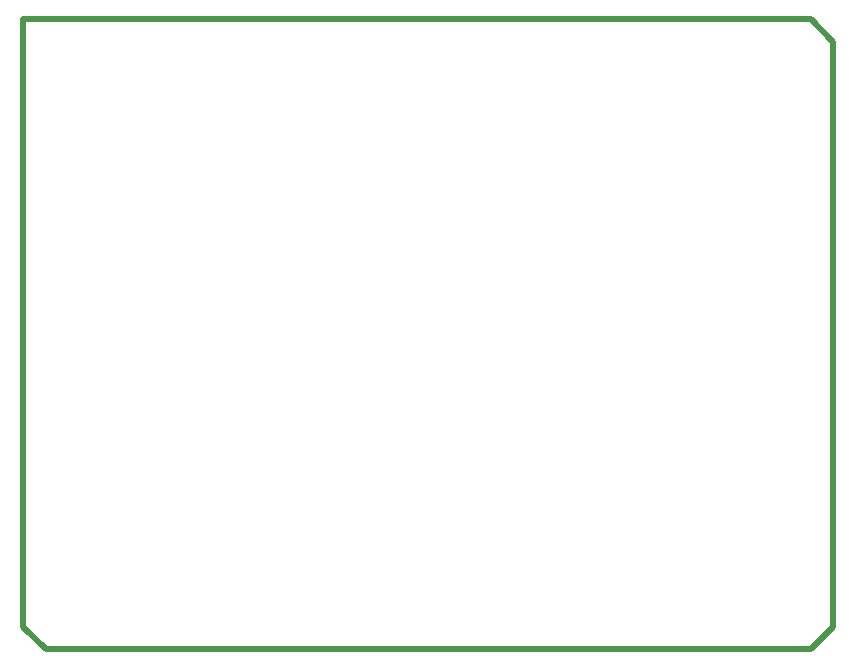
<source format=gko>
G04*
G04 #@! TF.GenerationSoftware,Altium Limited,Altium Designer,21.6.4 (81)*
G04*
G04 Layer_Color=16711935*
%FSLAX25Y25*%
%MOIN*%
G70*
G04*
G04 #@! TF.SameCoordinates,858BF902-78F9-450F-91F8-2C9066A697E3*
G04*
G04*
G04 #@! TF.FilePolarity,Positive*
G04*
G01*
G75*
%ADD46C,0.02000*%
D46*
X0Y210000D02*
X262500D01*
X0Y7500D02*
Y210000D01*
Y7500D02*
X7500Y0D01*
X262500D01*
X270000Y7500D01*
Y202500D01*
X262500Y210000D02*
X270000Y202500D01*
M02*

</source>
